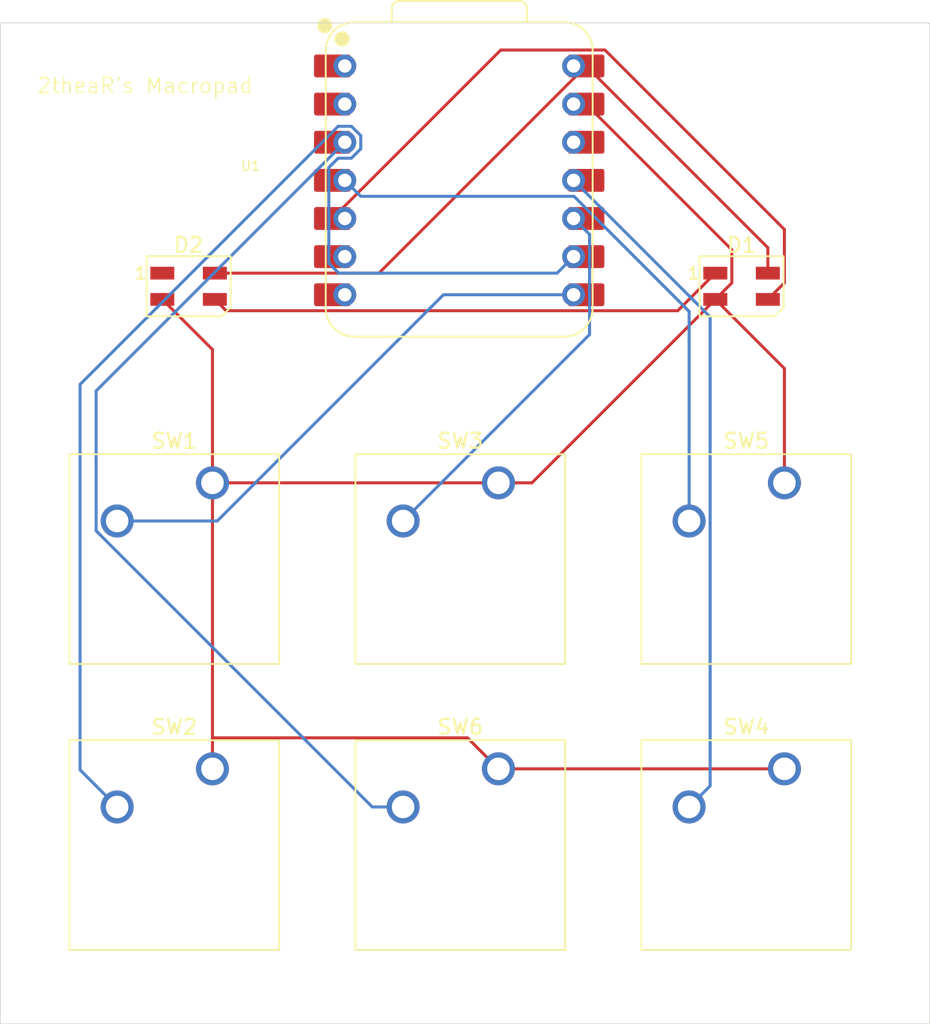
<source format=kicad_pcb>
(kicad_pcb (version 20241229) (generator "pcbnew") (generator_version "9.0")
  (layers (0 "F.Cu" signal) (2 "B.Cu" signal) (13 "F.Paste" user) (15 "B.Paste" user) (5 "F.SilkS" user "F.Silkscreen") (7 "B.SilkS" user "B.Silkscreen") (1 "F.Mask" user) (3 "B.Mask" user) (25 "Edge.Cuts" user))
  (net 0 "")
  (net 1 "+5V")
  (net 2 "Net-(D1-DOUT)")
  (net 3 "Net-(D1-DIN)")
  (net 4 "GND")
  (net 6 "Net-(U1-GPIO1{slash}RX)")
  (net 7 "Net-(U1-GPIO2{slash}SCK)")
  (net 8 "Net-(U1-GPIO4{slash}MISO)")
  (net 9 "Net-(U1-GPIO3{slash}MOSI)")
  (net 15 "Net-(U1-GPIO29{slash}ADC3{slash}A3)")
  (net 16 "Net-(U1-GPIO28{slash}ADC2{slash}A2)")
  (footprint "Button_Switch_Keyboard:SW_Cherry_MX_1.00u_PCB" (layer "F.Cu") (at 159.385 109.22)
    (property "Reference" "SW4" (at -2.54 -2.794 0) (layer "F.SilkS"))
    (property "Value" "SW_Push")
    (fp_line (start -9.525 -1.905) (end 4.445 -1.905) (stroke (width 0.12)) (layer "F.SilkS"))
    (fp_line (start -9.525 12.065) (end -9.525 -1.905) (stroke (width 0.12)) (layer "F.SilkS"))
    (fp_line (start 4.445 -1.905) (end 4.445 12.065) (stroke (width 0.12)) (layer "F.SilkS"))
    (fp_line (start 4.445 12.065) (end -9.525 12.065) (stroke (width 0.12)) (layer "F.SilkS"))
    (pad "" np_thru_hole circle (at -7.62 5.08) (size 1.7 1.7) (drill 1.7) (layers "*.Cu" "*.Mask"))
    (pad "" np_thru_hole circle (at -2.54 5.08) (size 4 4) (drill 4) (layers "*.Cu" "*.Mask"))
    (pad "" np_thru_hole circle (at 2.54 5.08) (size 1.7 1.7) (drill 1.7) (layers "*.Cu" "*.Mask"))
    (pad "1" thru_hole circle (at 0 0) (size 2.2 2.2) (drill 1.5) (layers "*.Cu" "*.Mask") (net 4 "GND"))
    (pad "2" thru_hole circle (at -6.35 2.54) (size 2.2 2.2) (drill 1.5) (layers "*.Cu" "*.Mask") (net 9 "Net-(U1-GPIO3{slash}MOSI)"))
  )
  (footprint "Button_Switch_Keyboard:SW_Cherry_MX_1.00u_PCB" (layer "F.Cu") (at 140.335 90.17)
    (property "Reference" "SW3" (at -2.54 -2.794 0) (layer "F.SilkS"))
    (property "Value" "SW_Push")
    (fp_line (start -9.525 -1.905) (end 4.445 -1.905) (stroke (width 0.12)) (layer "F.SilkS"))
    (fp_line (start -9.525 12.065) (end -9.525 -1.905) (stroke (width 0.12)) (layer "F.SilkS"))
    (fp_line (start 4.445 -1.905) (end 4.445 12.065) (stroke (width 0.12)) (layer "F.SilkS"))
    (fp_line (start 4.445 12.065) (end -9.525 12.065) (stroke (width 0.12)) (layer "F.SilkS"))
    (pad "" np_thru_hole circle (at -7.62 5.08) (size 1.7 1.7) (drill 1.7) (layers "*.Cu" "*.Mask"))
    (pad "" np_thru_hole circle (at -2.54 5.08) (size 4 4) (drill 4) (layers "*.Cu" "*.Mask"))
    (pad "" np_thru_hole circle (at 2.54 5.08) (size 1.7 1.7) (drill 1.7) (layers "*.Cu" "*.Mask"))
    (pad "1" thru_hole circle (at 0 0) (size 2.2 2.2) (drill 1.5) (layers "*.Cu" "*.Mask") (net 4 "GND"))
    (pad "2" thru_hole circle (at -6.35 2.54) (size 2.2 2.2) (drill 1.5) (layers "*.Cu" "*.Mask") (net 8 "Net-(U1-GPIO4{slash}MISO)"))
  )
  (footprint "LED_SMD:LED_SK6812MINI_PLCC4_3.5x3.5mm_P1.75mm" (layer "F.Cu") (at 156.53125 77.075)
    (property "Reference" "D1" (at 0 -2.75 0) (layer "F.SilkS"))
    (property "Value" "SK6812MINI")
    (fp_line (start -2.8 -2) (end -2.8 2) (stroke (width 0.12)) (layer "F.SilkS"))
    (fp_line (start -2.8 -2) (end 2.8 -2) (stroke (width 0.12)) (layer "F.SilkS"))
    (fp_line (start -2.8 2) (end 2.2 2) (stroke (width 0.12)) (layer "F.SilkS"))
    (fp_line (start 2.8 1.4) (end 2.2 2) (stroke (width 0.12)) (layer "F.SilkS"))
    (fp_line (start 2.8 1.4) (end 2.8 -2) (stroke (width 0.12)) (layer "F.SilkS"))
    (fp_text user "1" (at -3.2 -0.875 0) (layer "F.SilkS") (effects (font (size 0.8 0.8))))
    (pad "1" smd rect (at -1.75 -0.875) (size 1.6 0.85) (layers "F.Cu" "F.Mask" "F.Paste") (net 2 "Net-(D1-DOUT)"))
    (pad "2" smd rect (at -1.75 0.875) (size 1.6 0.85) (layers "F.Cu" "F.Mask" "F.Paste") (net 4 "GND"))
    (pad "3" smd rect (at 1.75 0.875) (size 1.6 0.85) (layers "F.Cu" "F.Mask" "F.Paste") (net 3 "Net-(D1-DIN)"))
    (pad "4" smd rect (at 1.75 -0.875) (size 1.6 0.85) (layers "F.Cu" "F.Mask" "F.Paste") (net 1 "+5V"))
  )
  (footprint "Button_Switch_Keyboard:SW_Cherry_MX_1.00u_PCB" (layer "F.Cu") (at 159.385 90.17)
    (property "Reference" "SW5" (at -2.54 -2.794 0) (layer "F.SilkS"))
    (property "Value" "SW_Push")
    (fp_line (start -9.525 -1.905) (end 4.445 -1.905) (stroke (width 0.12)) (layer "F.SilkS"))
    (fp_line (start -9.525 12.065) (end -9.525 -1.905) (stroke (width 0.12)) (layer "F.SilkS"))
    (fp_line (start 4.445 -1.905) (end 4.445 12.065) (stroke (width 0.12)) (layer "F.SilkS"))
    (fp_line (start 4.445 12.065) (end -9.525 12.065) (stroke (width 0.12)) (layer "F.SilkS"))
    (pad "" np_thru_hole circle (at -7.62 5.08) (size 1.7 1.7) (drill 1.7) (layers "*.Cu" "*.Mask"))
    (pad "" np_thru_hole circle (at -2.54 5.08) (size 4 4) (drill 4) (layers "*.Cu" "*.Mask"))
    (pad "" np_thru_hole circle (at 2.54 5.08) (size 1.7 1.7) (drill 1.7) (layers "*.Cu" "*.Mask"))
    (pad "1" thru_hole circle (at 0 0) (size 2.2 2.2) (drill 1.5) (layers "*.Cu" "*.Mask") (net 4 "GND"))
    (pad "2" thru_hole circle (at -6.35 2.54) (size 2.2 2.2) (drill 1.5) (layers "*.Cu" "*.Mask") (net 15 "Net-(U1-GPIO29{slash}ADC3{slash}A3)"))
  )
  (footprint "Seeed Studio XIAO Series Library:XIAO-RP2040-DIP" (layer "F.Cu") (at 137.72 70.02)
    (property "Reference" "U1" (at -13.895 -0.96375 0) (layer "F.SilkS") (effects (font (size 0.635 0.635) (thickness 0.1016))))
    (property "Value" "XIAO-RP2040-DIP")
    (fp_line (start -8.89 8.509) (end -8.89 -8.636) (stroke (width 0.127)) (layer "F.SilkS"))
    (fp_line (start -6.985 10.414) (end 6.985 10.414) (stroke (width 0.127)) (layer "F.SilkS"))
    (fp_line (start -4.495 -10.541) (end -4.491272 -11.451272) (stroke (width 0.127)) (layer "F.SilkS"))
    (fp_line (start -3.991272 -11.951) (end 4.004 -11.951) (stroke (width 0.127)) (layer "F.SilkS"))
    (fp_line (start 4.504 -11.451) (end 4.504 -10.541) (stroke (width 0.127)) (layer "F.SilkS"))
    (fp_line (start 6.985 -10.541) (end -6.985 -10.541) (stroke (width 0.1)) (layer "F.SilkS"))
    (fp_line (start 6.985 -10.541) (end -6.985 -10.541) (stroke (width 0.127)) (layer "F.SilkS"))
    (fp_line (start 8.89 8.509) (end 8.89 -8.636) (stroke (width 0.127)) (layer "F.SilkS"))
    (fp_arc (start -8.89 -8.636) (mid -8.332038 -9.983038) (end -6.985 -10.541) (stroke (width 0.127)) (layer "F.SilkS"))
    (fp_arc (start -6.985 10.414) (mid -8.332038 9.856038) (end -8.89 8.509) (stroke (width 0.127)) (layer "F.SilkS"))
    (fp_arc (start -4.491272 -11.451272) (mid -4.344728 -11.80464) (end -3.991272 -11.951) (stroke (width 0.127)) (layer "F.SilkS"))
    (fp_arc (start 4.004 -11.951) (mid 4.357553 -11.804553) (end 4.504 -11.451) (stroke (width 0.127)) (layer "F.SilkS"))
    (fp_arc (start 6.985 -10.541) (mid 8.332038 -9.983038) (end 8.89 -8.636) (stroke (width 0.127)) (layer "F.SilkS"))
    (fp_arc (start 8.89 8.509) (mid 8.332038 9.856038) (end 6.985 10.414) (stroke (width 0.127)) (layer "F.SilkS"))
    (fp_circle (center -8.95 -10.3) (end -8.95 -10.554) (stroke (width 0.5)) (fill yes) (layer "F.SilkS"))
    (fp_circle (center -7.807 -9.42) (end -7.807 -9.674) (stroke (width 0.5)) (fill yes) (layer "F.SilkS"))
    (pad "1" smd roundrect (at -8.455 -7.62 180) (size 2.432 1.524) (layers "F.Cu" "F.Mask") (roundrect_rratio 0.1))
    (pad "1" thru_hole circle (at -7.62 -7.62 180) (size 1.524 1.524) (drill 0.889) (layers "*.Cu" "*.Mask"))
    (pad "2" smd roundrect (at -8.455 -5.08 180) (size 2.432 1.524) (layers "F.Cu" "F.Mask") (roundrect_rratio 0.1))
    (pad "2" thru_hole circle (at -7.62 -5.08 180) (size 1.524 1.524) (drill 0.889) (layers "*.Cu" "*.Mask"))
    (pad "3" smd roundrect (at -8.455 -2.54 180) (size 2.432 1.524) (layers "F.Cu" "F.Mask") (roundrect_rratio 0.1) (net 16 "Net-(U1-GPIO28{slash}ADC2{slash}A2)"))
    (pad "3" thru_hole circle (at -7.62 -2.54 180) (size 1.524 1.524) (drill 0.889) (layers "*.Cu" "*.Mask") (net 16 "Net-(U1-GPIO28{slash}ADC2{slash}A2)"))
    (pad "4" smd roundrect (at -8.455 0 180) (size 2.432 1.524) (layers "F.Cu" "F.Mask") (roundrect_rratio 0.1) (net 15 "Net-(U1-GPIO29{slash}ADC3{slash}A3)"))
    (pad "4" thru_hole circle (at -7.62 0 180) (size 1.524 1.524) (drill 0.889) (layers "*.Cu" "*.Mask") (net 15 "Net-(U1-GPIO29{slash}ADC3{slash}A3)"))
    (pad "5" smd roundrect (at -8.455 2.54 180) (size 2.432 1.524) (layers "F.Cu" "F.Mask") (roundrect_rratio 0.1) (net 3 "Net-(D1-DIN)"))
    (pad "5" thru_hole circle (at -7.62 2.54 180) (size 1.524 1.524) (drill 0.889) (layers "*.Cu" "*.Mask") (net 3 "Net-(D1-DIN)"))
    (pad "6" smd roundrect (at -8.455 5.08 180) (size 2.432 1.524) (layers "F.Cu" "F.Mask") (roundrect_rratio 0.1))
    (pad "6" thru_hole circle (at -7.62 5.08 180) (size 1.524 1.524) (drill 0.889) (layers "*.Cu" "*.Mask"))
    (pad "7" smd roundrect (at -8.455 7.62 180) (size 2.432 1.524) (layers "F.Cu" "F.Mask") (roundrect_rratio 0.1))
    (pad "7" thru_hole circle (at -7.62 7.62 180) (size 1.524 1.524) (drill 0.889) (layers "*.Cu" "*.Mask"))
    (pad "8" thru_hole circle (at 7.62 7.62) (size 1.524 1.524) (drill 0.889) (layers "*.Cu" "*.Mask") (net 6 "Net-(U1-GPIO1{slash}RX)"))
    (pad "8" smd roundrect (at 8.455 7.62) (size 2.432 1.524) (layers "F.Cu" "F.Mask") (roundrect_rratio 0.1) (net 6 "Net-(U1-GPIO1{slash}RX)"))
    (pad "9" thru_hole circle (at 7.62 5.08) (size 1.524 1.524) (drill 0.889) (layers "*.Cu" "*.Mask") (net 7 "Net-(U1-GPIO2{slash}SCK)"))
    (pad "9" smd roundrect (at 8.455 5.08) (size 2.432 1.524) (layers "F.Cu" "F.Mask") (roundrect_rratio 0.1) (net 7 "Net-(U1-GPIO2{slash}SCK)"))
    (pad "10" thru_hole circle (at 7.62 2.54) (size 1.524 1.524) (drill 0.889) (layers "*.Cu" "*.Mask") (net 8 "Net-(U1-GPIO4{slash}MISO)"))
    (pad "10" smd roundrect (at 8.455 2.54) (size 2.432 1.524) (layers "F.Cu" "F.Mask") (roundrect_rratio 0.1) (net 8 "Net-(U1-GPIO4{slash}MISO)"))
    (pad "11" thru_hole circle (at 7.62 0) (size 1.524 1.524) (drill 0.889) (layers "*.Cu" "*.Mask") (net 9 "Net-(U1-GPIO3{slash}MOSI)"))
    (pad "11" smd roundrect (at 8.455 0) (size 2.432 1.524) (layers "F.Cu" "F.Mask") (roundrect_rratio 0.1) (net 9 "Net-(U1-GPIO3{slash}MOSI)"))
    (pad "12" thru_hole circle (at 7.62 -2.54) (size 1.524 1.524) (drill 0.889) (layers "*.Cu" "*.Mask"))
    (pad "12" smd roundrect (at 8.455 -2.54) (size 2.432 1.524) (layers "F.Cu" "F.Mask") (roundrect_rratio 0.1))
    (pad "13" thru_hole circle (at 7.62 -5.08) (size 1.524 1.524) (drill 0.889) (layers "*.Cu" "*.Mask") (net 4 "GND"))
    (pad "13" smd roundrect (at 8.455 -5.08) (size 2.432 1.524) (layers "F.Cu" "F.Mask") (roundrect_rratio 0.1) (net 4 "GND"))
    (pad "14" thru_hole circle (at 7.62 -7.62) (size 1.524 1.524) (drill 0.889) (layers "*.Cu" "*.Mask") (net 1 "+5V"))
    (pad "14" smd roundrect (at 8.455 -7.62) (size 2.432 1.524) (layers "F.Cu" "F.Mask") (roundrect_rratio 0.1) (net 1 "+5V"))
  )
  (footprint "Button_Switch_Keyboard:SW_Cherry_MX_1.00u_PCB" (layer "F.Cu") (at 121.285 109.22)
    (property "Reference" "SW2" (at -2.54 -2.794 0) (layer "F.SilkS"))
    (property "Value" "SW_Push")
    (fp_line (start -9.525 -1.905) (end 4.445 -1.905) (stroke (width 0.12)) (layer "F.SilkS"))
    (fp_line (start -9.525 12.065) (end -9.525 -1.905) (stroke (width 0.12)) (layer "F.SilkS"))
    (fp_line (start 4.445 -1.905) (end 4.445 12.065) (stroke (width 0.12)) (layer "F.SilkS"))
    (fp_line (start 4.445 12.065) (end -9.525 12.065) (stroke (width 0.12)) (layer "F.SilkS"))
    (pad "" np_thru_hole circle (at -7.62 5.08) (size 1.7 1.7) (drill 1.7) (layers "*.Cu" "*.Mask"))
    (pad "" np_thru_hole circle (at -2.54 5.08) (size 4 4) (drill 4) (layers "*.Cu" "*.Mask"))
    (pad "" np_thru_hole circle (at 2.54 5.08) (size 1.7 1.7) (drill 1.7) (layers "*.Cu" "*.Mask"))
    (pad "1" thru_hole circle (at 0 0) (size 2.2 2.2) (drill 1.5) (layers "*.Cu" "*.Mask") (net 4 "GND"))
    (pad "2" thru_hole circle (at -6.35 2.54) (size 2.2 2.2) (drill 1.5) (layers "*.Cu" "*.Mask") (net 7 "Net-(U1-GPIO2{slash}SCK)"))
  )
  (footprint "LED_SMD:LED_SK6812MINI_PLCC4_3.5x3.5mm_P1.75mm" (layer "F.Cu") (at 119.69375 77.075)
    (property "Reference" "D2" (at 0 -2.75 0) (layer "F.SilkS"))
    (property "Value" "SK6812MINI")
    (fp_line (start -2.8 -2) (end -2.8 2) (stroke (width 0.12)) (layer "F.SilkS"))
    (fp_line (start -2.8 -2) (end 2.8 -2) (stroke (width 0.12)) (layer "F.SilkS"))
    (fp_line (start -2.8 2) (end 2.2 2) (stroke (width 0.12)) (layer "F.SilkS"))
    (fp_line (start 2.8 1.4) (end 2.2 2) (stroke (width 0.12)) (layer "F.SilkS"))
    (fp_line (start 2.8 1.4) (end 2.8 -2) (stroke (width 0.12)) (layer "F.SilkS"))
    (fp_text user "1" (at -3.2 -0.875 0) (layer "F.SilkS") (effects (font (size 0.8 0.8))))
    (pad "1" smd rect (at -1.75 -0.875) (size 1.6 0.85) (layers "F.Cu" "F.Mask" "F.Paste"))
    (pad "2" smd rect (at -1.75 0.875) (size 1.6 0.85) (layers "F.Cu" "F.Mask" "F.Paste") (net 4 "GND"))
    (pad "3" smd rect (at 1.75 0.875) (size 1.6 0.85) (layers "F.Cu" "F.Mask" "F.Paste") (net 2 "Net-(D1-DOUT)"))
    (pad "4" smd rect (at 1.75 -0.875) (size 1.6 0.85) (layers "F.Cu" "F.Mask" "F.Paste") (net 1 "+5V"))
  )
  (footprint "Button_Switch_Keyboard:SW_Cherry_MX_1.00u_PCB" (layer "F.Cu") (at 121.285 90.17)
    (property "Reference" "SW1" (at -2.54 -2.794 0) (layer "F.SilkS"))
    (property "Value" "SW_Push")
    (fp_line (start -9.525 -1.905) (end 4.445 -1.905) (stroke (width 0.12)) (layer "F.SilkS"))
    (fp_line (start -9.525 12.065) (end -9.525 -1.905) (stroke (width 0.12)) (layer "F.SilkS"))
    (fp_line (start 4.445 -1.905) (end 4.445 12.065) (stroke (width 0.12)) (layer "F.SilkS"))
    (fp_line (start 4.445 12.065) (end -9.525 12.065) (stroke (width 0.12)) (layer "F.SilkS"))
    (pad "" np_thru_hole circle (at -7.62 5.08) (size 1.7 1.7) (drill 1.7) (layers "*.Cu" "*.Mask"))
    (pad "" np_thru_hole circle (at -2.54 5.08) (size 4 4) (drill 4) (layers "*.Cu" "*.Mask"))
    (pad "" np_thru_hole circle (at 2.54 5.08) (size 1.7 1.7) (drill 1.7) (layers "*.Cu" "*.Mask"))
    (pad "1" thru_hole circle (at 0 0) (size 2.2 2.2) (drill 1.5) (layers "*.Cu" "*.Mask") (net 4 "GND"))
    (pad "2" thru_hole circle (at -6.35 2.54) (size 2.2 2.2) (drill 1.5) (layers "*.Cu" "*.Mask") (net 6 "Net-(U1-GPIO1{slash}RX)"))
  )
  (footprint "Button_Switch_Keyboard:SW_Cherry_MX_1.00u_PCB" (layer "F.Cu") (at 140.335 109.22)
    (property "Reference" "SW6" (at -2.54 -2.794 0) (layer "F.SilkS"))
    (property "Value" "SW_Push")
    (fp_line (start -9.525 -1.905) (end 4.445 -1.905) (stroke (width 0.12)) (layer "F.SilkS"))
    (fp_line (start -9.525 12.065) (end -9.525 -1.905) (stroke (width 0.12)) (layer "F.SilkS"))
    (fp_line (start 4.445 -1.905) (end 4.445 12.065) (stroke (width 0.12)) (layer "F.SilkS"))
    (fp_line (start 4.445 12.065) (end -9.525 12.065) (stroke (width 0.12)) (layer "F.SilkS"))
    (pad "" np_thru_hole circle (at -7.62 5.08) (size 1.7 1.7) (drill 1.7) (layers "*.Cu" "*.Mask"))
    (pad "" np_thru_hole circle (at -2.54 5.08) (size 4 4) (drill 4) (layers "*.Cu" "*.Mask"))
    (pad "" np_thru_hole circle (at 2.54 5.08) (size 1.7 1.7) (drill 1.7) (layers "*.Cu" "*.Mask"))
    (pad "1" thru_hole circle (at 0 0) (size 2.2 2.2) (drill 1.5) (layers "*.Cu" "*.Mask") (net 4 "GND"))
    (pad "2" thru_hole circle (at -6.35 2.54) (size 2.2 2.2) (drill 1.5) (layers "*.Cu" "*.Mask") (net 16 "Net-(U1-GPIO28{slash}ADC2{slash}A2)"))
  )
  (gr_rect (start 107.15625 59.53125) (end 169.06875 126.20625) (stroke (width 0.05)) (fill no) (layer "Edge.Cuts"))
  (gr_text "2theaR's Macropad" (at 109.5375 64.29375 0) (layer "F.SilkS") (effects (font (size 1 1) (thickness 0.1)) (justify left bottom)))
  (segment (start 146.175 62.4) (end 132.375 76.2) (width 0.2) (layer "F.Cu") (net 1))
  (segment (start 132.375 76.2) (end 121.44375 76.2) (width 0.2) (layer "F.Cu") (net 1))
  (segment (start 158.28125 74.50625) (end 146.175 62.4) (width 0.2) (layer "F.Cu") (net 1))
  (segment (start 158.28125 76.2) (end 158.28125 74.50625) (width 0.2) (layer "F.Cu") (net 1))
  (segment (start 152.27825 78.703) (end 122.19675 78.703) (width 0.2) (layer "F.Cu") (net 2))
  (segment (start 122.19675 78.703) (end 121.44375 77.95) (width 0.2) (layer "F.Cu") (net 2))
  (segment (start 154.78125 76.2) (end 152.27825 78.703) (width 0.2) (layer "F.Cu") (net 2))
  (segment (start 147.430626 61.337) (end 140.488 61.337) (width 0.2) (layer "F.Cu") (net 3))
  (segment (start 159.38225 76.849) (end 159.38225 73.288624) (width 0.2) (layer "F.Cu") (net 3))
  (segment (start 158.28125 77.95) (end 159.38225 76.849) (width 0.2) (layer "F.Cu") (net 3))
  (segment (start 140.488 61.337) (end 129.265 72.56) (width 0.2) (layer "F.Cu") (net 3))
  (segment (start 159.38225 73.288624) (end 147.430626 61.337) (width 0.2) (layer "F.Cu") (net 3))
  (segment (start 140.335 90.17) (end 142.56125 90.17) (width 0.2) (layer "F.Cu") (net 4))
  (segment (start 121.285 107.15625) (end 138.27125 107.15625) (width 0.2) (layer "F.Cu") (net 4))
  (segment (start 121.285 107.15625) (end 121.285 109.22) (width 0.2) (layer "F.Cu") (net 4))
  (segment (start 121.285 81.29125) (end 117.94375 77.95) (width 0.2) (layer "F.Cu") (net 4))
  (segment (start 121.285 90.17) (end 121.285 81.29125) (width 0.2) (layer "F.Cu") (net 4))
  (segment (start 155.88225 74.64725) (end 146.175 64.94) (width 0.2) (layer "F.Cu") (net 4))
  (segment (start 155.88225 76.849) (end 155.88225 74.64725) (width 0.2) (layer "F.Cu") (net 4))
  (segment (start 159.385 90.17) (end 159.385 82.55375) (width 0.2) (layer "F.Cu") (net 4))
  (segment (start 140.335 90.17) (end 121.285 90.17) (width 0.2) (layer "F.Cu") (net 4))
  (segment (start 154.78125 77.95) (end 155.88225 76.849) (width 0.2) (layer "F.Cu") (net 4))
  (segment (start 121.285 90.17) (end 121.285 107.15625) (width 0.2) (layer "F.Cu") (net 4))
  (segment (start 142.56125 90.17) (end 154.78125 77.95) (width 0.2) (layer "F.Cu") (net 4))
  (segment (start 159.385 82.55375) (end 154.78125 77.95) (width 0.2) (layer "F.Cu") (net 4))
  (segment (start 140.335 109.22) (end 159.385 109.22) (width 0.2) (layer "F.Cu") (net 4))
  (segment (start 138.27125 107.15625) (end 140.335 109.22) (width 0.2) (layer "F.Cu") (net 4))
  (segment (start 136.6725 77.64) (end 145.34 77.64) (width 0.2) (layer "B.Cu") (net 6))
  (segment (start 121.6025 92.71) (end 136.6725 77.64) (width 0.2) (layer "B.Cu") (net 6))
  (segment (start 114.935 92.71) (end 121.6025 92.71) (width 0.2) (layer "B.Cu") (net 6))
  (segment (start 131.163 67.03969) (end 131.163 67.92031) (width 0.2) (layer "B.Cu") (net 7))
  (segment (start 130.54031 68.543) (end 129.65969 68.543) (width 0.2) (layer "B.Cu") (net 7))
  (segment (start 129.65969 66.417) (end 130.54031 66.417) (width 0.2) (layer "B.Cu") (net 7))
  (segment (start 129.037 75.54031) (end 129.69669 76.2) (width 0.2) (layer "B.Cu") (net 7))
  (segment (start 129.69669 76.2) (end 144.24 76.2) (width 0.2) (layer "B.Cu") (net 7))
  (segment (start 112.464 109.289) (end 112.464 83.61269) (width 0.2) (layer "B.Cu") (net 7))
  (segment (start 130.54031 66.417) (end 131.163 67.03969) (width 0.2) (layer "B.Cu") (net 7))
  (segment (start 129.65969 68.543) (end 129.037 69.16569) (width 0.2) (layer "B.Cu") (net 7))
  (segment (start 114.935 111.76) (end 112.464 109.289) (width 0.2) (layer "B.Cu") (net 7))
  (segment (start 129.037 69.16569) (end 129.037 75.54031) (width 0.2) (layer "B.Cu") (net 7))
  (segment (start 131.163 67.92031) (end 130.54031 68.543) (width 0.2) (layer "B.Cu") (net 7))
  (segment (start 112.464 83.61269) (end 129.65969 66.417) (width 0.2) (layer "B.Cu") (net 7))
  (segment (start 144.24 76.2) (end 145.34 75.1) (width 0.2) (layer "B.Cu") (net 7))
  (segment (start 146.403 80.292) (end 146.403 73.623) (width 0.2) (layer "B.Cu") (net 8))
  (segment (start 146.403 73.623) (end 145.34 72.56) (width 0.2) (layer "B.Cu") (net 8))
  (segment (start 133.985 92.71) (end 146.403 80.292) (width 0.2) (layer "B.Cu") (net 8))
  (segment (start 154.436 110.359) (end 154.436 79.116) (width 0.2) (layer "B.Cu") (net 9))
  (segment (start 153.035 111.76) (end 154.436 110.359) (width 0.2) (layer "B.Cu") (net 9))
  (segment (start 154.436 79.116) (end 145.34 70.02) (width 0.2) (layer "B.Cu") (net 9))
  (segment (start 153.035 78.75169) (end 145.36631 71.083) (width 0.2) (layer "B.Cu") (net 15))
  (segment (start 145.36631 71.083) (end 131.163 71.083) (width 0.2) (layer "B.Cu") (net 15))
  (segment (start 131.163 71.083) (end 130.1 70.02) (width 0.2) (layer "B.Cu") (net 15))
  (segment (start 153.035 92.71) (end 153.035 78.75169) (width 0.2) (layer "B.Cu") (net 15))
  (segment (start 133.985 111.76) (end 131.930184 111.76) (width 0.2) (layer "B.Cu") (net 16))
  (segment (start 113.534 84.046) (end 130.1 67.48) (width 0.2) (layer "B.Cu") (net 16))
  (segment (start 131.930184 111.76) (end 113.534 93.363816) (width 0.2) (layer "B.Cu") (net 16))
  (segment (start 113.534 93.363816) (end 113.534 84.046) (width 0.2) (layer "B.Cu") (net 16))
)
</source>
